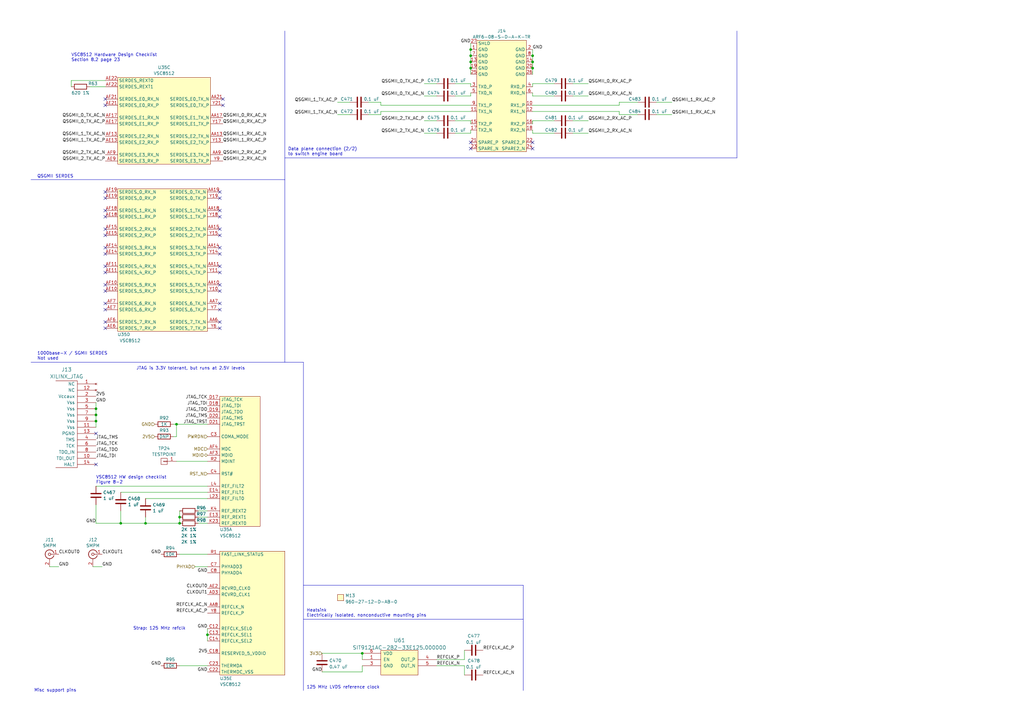
<source format=kicad_sch>
(kicad_sch (version 20231120) (generator "eeschema") (generator_version "8.0")
  (paper "A3")
  (title_block (title "LATENTRED Line Card") (date "2024-12-11") (rev "0.1") (company "Antikernel Labs") (comment 1 "Andrew D. Zonenberg"))
  (junction (at 218.44 27.94))
  (junction (at 39.37 167.64))
  (junction (at 39.37 172.72))
  (junction (at 73.66 212.09))
  (junction (at 72.39 173.99))
  (junction (at 193.04 20.32))
  (junction (at 59.69 214.63))
  (junction (at 193.04 22.86))
  (junction (at 193.04 25.4))
  (junction (at 73.66 214.63))
  (junction (at 193.04 27.94))
  (junction (at 218.44 22.86))
  (junction (at 85.09 260.35))
  (junction (at 148.59 267.97))
  (junction (at 218.44 25.4))
  (junction (at 49.53 214.63))
  (junction (at 39.37 170.18))
  (no_connect (at 90.17 116.84))
  (no_connect (at 90.17 127))
  (no_connect (at 43.18 86.36))
  (no_connect (at 43.18 124.46))
  (no_connect (at 43.18 40.64))
  (no_connect (at 43.18 101.6))
  (no_connect (at 90.17 132.08))
  (no_connect (at 218.44 60.96))
  (no_connect (at 90.17 119.38))
  (no_connect (at 91.44 40.64))
  (no_connect (at 43.18 111.76))
  (no_connect (at 43.18 132.08))
  (no_connect (at 90.17 109.22))
  (no_connect (at 90.17 124.46))
  (no_connect (at 43.18 109.22))
  (no_connect (at 90.17 86.36))
  (no_connect (at 193.04 60.96))
  (no_connect (at 90.17 93.98))
  (no_connect (at 43.18 93.98))
  (no_connect (at 43.18 88.9))
  (no_connect (at 90.17 78.74))
  (no_connect (at 90.17 101.6))
  (no_connect (at 43.18 127))
  (no_connect (at 43.18 119.38))
  (no_connect (at 90.17 96.52))
  (no_connect (at 193.04 58.42))
  (no_connect (at 43.18 104.14))
  (no_connect (at 43.18 81.28))
  (no_connect (at 91.44 43.18))
  (no_connect (at 43.18 43.18))
  (no_connect (at 90.17 88.9))
  (no_connect (at 43.18 134.62))
  (no_connect (at 90.17 111.76))
  (no_connect (at 90.17 81.28))
  (no_connect (at 90.17 134.62))
  (no_connect (at 218.44 58.42))
  (no_connect (at 43.18 78.74))
  (no_connect (at 39.37 190.5))
  (no_connect (at 43.18 96.52))
  (no_connect (at 90.17 104.14))
  (no_connect (at 39.37 177.8))
  (no_connect (at 43.18 116.84))
  (wire (pts (xy 73.66 209.55) (xy 73.66 212.09)))
  (wire (pts (xy 73.66 227.33) (xy 85.09 227.33)))
  (wire (pts (xy 173.99 54.61) (xy 179.07 54.61)))
  (wire (pts (xy 179.07 273.05) (xy 190.5 273.05)))
  (wire (pts (xy 218.44 49.53) (xy 227.33 49.53)))
  (polyline (pts (xy 124.46 148.59) (xy 124.46 283.21)))
  (polyline (pts (xy 302.26 12.7) (xy 302.26 64.77)))
  (wire (pts (xy 218.44 45.72) (xy 254 45.72)))
  (wire (pts (xy 132.08 275.59) (xy 148.59 275.59)))
  (wire (pts (xy 49.53 214.63) (xy 59.69 214.63)))
  (wire (pts (xy 218.44 34.29) (xy 227.33 34.29)))
  (wire (pts (xy 193.04 53.34) (xy 193.04 54.61)))
  (wire (pts (xy 148.59 275.59) (xy 148.59 273.05)))
  (polyline (pts (xy 12.7 148.59) (xy 116.84 148.59)))
  (wire (pts (xy 85.09 257.81) (xy 85.09 260.35)))
  (wire (pts (xy 39.37 199.39) (xy 85.09 199.39)))
  (wire (pts (xy 234.95 39.37) (xy 241.3 39.37)))
  (wire (pts (xy 186.69 39.37) (xy 193.04 39.37)))
  (wire (pts (xy 49.53 201.93) (xy 85.09 201.93)))
  (wire (pts (xy 254 41.91) (xy 261.62 41.91)))
  (wire (pts (xy 39.37 167.64) (xy 39.37 170.18)))
  (wire (pts (xy 234.95 54.61) (xy 241.3 54.61)))
  (wire (pts (xy 132.08 267.97) (xy 148.59 267.97)))
  (wire (pts (xy 59.69 204.47) (xy 85.09 204.47)))
  (wire (pts (xy 59.69 214.63) (xy 73.66 214.63)))
  (wire (pts (xy 39.37 207.01) (xy 39.37 214.63)))
  (wire (pts (xy 138.43 46.99) (xy 143.51 46.99)))
  (wire (pts (xy 254 43.18) (xy 254 41.91)))
  (wire (pts (xy 38.1 232.41) (xy 41.91 232.41)))
  (polyline (pts (xy 302.26 64.77) (xy 116.84 64.77)))
  (wire (pts (xy 269.24 41.91) (xy 275.59 41.91)))
  (wire (pts (xy 39.37 170.18) (xy 39.37 172.72)))
  (wire (pts (xy 218.44 34.29) (xy 218.44 35.56)))
  (polyline (pts (xy 116.84 12.7) (xy 116.84 73.66)))
  (wire (pts (xy 193.04 25.4) (xy 193.04 27.94)))
  (wire (pts (xy 39.37 165.1) (xy 39.37 167.64)))
  (wire (pts (xy 193.04 22.86) (xy 193.04 25.4)))
  (polyline (pts (xy 12.7 73.66) (xy 116.84 73.66)))
  (wire (pts (xy 218.44 39.37) (xy 227.33 39.37)))
  (wire (pts (xy 269.24 46.99) (xy 275.59 46.99)))
  (wire (pts (xy 72.39 173.99) (xy 72.39 179.07)))
  (wire (pts (xy 71.12 173.99) (xy 72.39 173.99)))
  (wire (pts (xy 148.59 267.97) (xy 148.59 270.51)))
  (wire (pts (xy 49.53 209.55) (xy 49.53 214.63)))
  (wire (pts (xy 39.37 214.63) (xy 49.53 214.63)))
  (wire (pts (xy 190.5 270.51) (xy 190.5 266.7)))
  (wire (pts (xy 81.28 212.09) (xy 85.09 212.09)))
  (wire (pts (xy 73.66 212.09) (xy 73.66 214.63)))
  (wire (pts (xy 81.28 209.55) (xy 85.09 209.55)))
  (wire (pts (xy 193.04 27.94) (xy 193.04 30.48)))
  (wire (pts (xy 80.01 232.41) (xy 85.09 232.41)))
  (wire (pts (xy 173.99 39.37) (xy 179.07 39.37)))
  (wire (pts (xy 218.44 49.53) (xy 218.44 50.8)))
  (wire (pts (xy 179.07 270.51) (xy 190.5 270.51)))
  (polyline (pts (xy 116.84 148.59) (xy 124.46 148.59)))
  (wire (pts (xy 173.99 49.53) (xy 179.07 49.53)))
  (wire (pts (xy 20.32 232.41) (xy 24.13 232.41)))
  (wire (pts (xy 156.21 41.91) (xy 156.21 43.18)))
  (wire (pts (xy 72.39 173.99) (xy 85.09 173.99)))
  (wire (pts (xy 186.69 34.29) (xy 193.04 34.29)))
  (wire (pts (xy 190.5 273.05) (xy 190.5 276.86)))
  (wire (pts (xy 156.21 43.18) (xy 193.04 43.18)))
  (wire (pts (xy 218.44 54.61) (xy 227.33 54.61)))
  (polyline (pts (xy 214.63 254) (xy 214.63 283.21)))
  (wire (pts (xy 36.83 35.56) (xy 43.18 35.56)))
  (wire (pts (xy 218.44 53.34) (xy 218.44 54.61)))
  (wire (pts (xy 218.44 38.1) (xy 218.44 39.37)))
  (wire (pts (xy 39.37 172.72) (xy 39.37 175.26)))
  (wire (pts (xy 186.69 49.53) (xy 193.04 49.53)))
  (wire (pts (xy 218.44 20.32) (xy 218.44 22.86)))
  (wire (pts (xy 254 46.99) (xy 261.62 46.99)))
  (wire (pts (xy 193.04 49.53) (xy 193.04 50.8)))
  (wire (pts (xy 72.39 189.23) (xy 85.09 189.23)))
  (polyline (pts (xy 214.63 240.03) (xy 124.46 240.03)))
  (wire (pts (xy 193.04 38.1) (xy 193.04 39.37)))
  (wire (pts (xy 218.44 25.4) (xy 218.44 27.94)))
  (wire (pts (xy 72.39 179.07) (xy 71.12 179.07)))
  (wire (pts (xy 173.99 34.29) (xy 179.07 34.29)))
  (wire (pts (xy 59.69 212.09) (xy 59.69 214.63)))
  (polyline (pts (xy 116.84 73.66) (xy 116.84 148.59)))
  (polyline (pts (xy 214.63 240.03) (xy 214.63 254)))
  (wire (pts (xy 193.04 20.32) (xy 193.04 22.86)))
  (wire (pts (xy 234.95 34.29) (xy 241.3 34.29)))
  (wire (pts (xy 193.04 34.29) (xy 193.04 35.56)))
  (wire (pts (xy 138.43 41.91) (xy 143.51 41.91)))
  (wire (pts (xy 29.21 33.02) (xy 43.18 33.02)))
  (wire (pts (xy 156.21 45.72) (xy 193.04 45.72)))
  (wire (pts (xy 151.13 41.91) (xy 156.21 41.91)))
  (wire (pts (xy 193.04 17.78) (xy 193.04 20.32)))
  (wire (pts (xy 73.66 273.05) (xy 85.09 273.05)))
  (wire (pts (xy 218.44 43.18) (xy 254 43.18)))
  (wire (pts (xy 218.44 27.94) (xy 218.44 30.48)))
  (wire (pts (xy 85.09 260.35) (xy 85.09 262.89)))
  (wire (pts (xy 156.21 46.99) (xy 156.21 45.72)))
  (wire (pts (xy 254 45.72) (xy 254 46.99)))
  (wire (pts (xy 81.28 214.63) (xy 85.09 214.63)))
  (wire (pts (xy 29.21 35.56) (xy 29.21 33.02)))
  (wire (pts (xy 193.04 54.61) (xy 186.69 54.61)))
  (wire (pts (xy 234.95 49.53) (xy 241.3 49.53)))
  (wire (pts (xy 218.44 22.86) (xy 218.44 25.4)))
  (polyline (pts (xy 124.46 254) (xy 214.63 254)))
  (wire (pts (xy 151.13 46.99) (xy 156.21 46.99)))
  (text "Data plane connection (2/2)\nto switch engine board" (at 118.11 62.23 0) (effects (font (size 1.27 1.27)) (justify left)))
  (text "QSGMII SERDES" (at 15.24 72.39 0) (effects (font (size 1.27 1.27)) (justify left)))
  (text "Misc support pins" (at 13.97 283.21 0) (effects (font (size 1.27 1.27)) (justify left)))
  (text "1000base-X / SGMII SERDES\nNot used" (at 15.24 146.05 0) (effects (font (size 1.27 1.27)) (justify left)))
  (text "Strap: 125 MHz refclk" (at 54.61 257.81 0) (effects (font (size 1.27 1.27)) (justify left)))
  (text "JTAG is 3.3V tolerant, but runs at 2.5V levels" (at 55.88 151.13 0) (effects (font (size 1.27 1.27)) (justify left)))
  (text "125 MHz LVDS reference clock" (at 125.73 281.94 0) (effects (font (size 1.27 1.27)) (justify left)))
  (text "VSC8512 Hardware Design Checklist\nSection 8.2 page 23" (at 29.21 25.4 0) (effects (font (size 1.27 1.27)) (justify left bottom)))
  (text "Heatsink\nElectrically isolated, nonconductive mounting pins" (at 125.73 251.46 0) (effects (font (size 1.27 1.27)) (justify left)))
  (text "VSC8512 HW design checklist\nFigure 8-2" (at 39.37 196.85 0) (effects (font (size 1.27 1.27)) (justify left)))
  (label "QSGMII_2_RX_AC_P" (at 241.3 49.53 0))
  (label "QSGMII_0_RX_AC_N" (at 91.44 48.26 0))
  (label "QSGMII_1_RX_AC_P" (at 275.59 41.91 0))
  (label "GND" (at 39.37 214.63 180))
  (label "QSGMII_0_TX_AC_P" (at 43.18 50.8 180))
  (label "REFCLK_N" (at 179.07 273.05 0))
  (label "GND" (at 66.04 227.33 180))
  (label "GND" (at 24.13 232.41 0))
  (label "JTAG_TDI" (at 39.37 187.96 0))
  (label "QSGMII_2_TX_AC_P" (at 43.18 66.04 180))
  (label "JTAG_TDI" (at 85.09 166.37 180))
  (label "QSGMII_1_RX_AC_N" (at 91.44 55.88 0))
  (label "QSGMII_2_TX_AC_P" (at 173.99 49.53 180))
  (label "GND" (at 85.09 234.95 180))
  (label "2V5" (at 85.09 267.97 180))
  (label "JTAG_TCK" (at 39.37 182.88 0))
  (label "GND" (at 66.04 273.05 180))
  (label "CLKOUT1" (at 41.91 227.33 0))
  (label "QSGMII_0_RX_AC_N" (at 241.3 39.37 0))
  (label "GND" (at 218.44 20.32 0))
  (label "GND" (at 85.09 257.81 180))
  (label "QSGMII_2_RX_AC_N" (at 241.3 54.61 0))
  (label "QSGMII_2_TX_AC_N" (at 173.99 54.61 180))
  (label "JTAG_TMS" (at 39.37 180.34 0))
  (label "REFCLK_AC_P" (at 85.09 251.46 180))
  (label "GND" (at 41.91 232.41 0))
  (label "CLKOUT1" (at 85.09 243.84 180))
  (label "QSGMII_0_RX_AC_P" (at 241.3 34.29 0))
  (label "CLKOUT0" (at 24.13 227.33 0))
  (label "REFCLK_P" (at 179.07 270.51 0))
  (label "QSGMII_0_TX_AC_N" (at 173.99 39.37 180))
  (label "QSGMII_2_RX_AC_P" (at 91.44 63.5 0))
  (label "QSGMII_0_RX_AC_P" (at 91.44 50.8 0))
  (label "QSGMII_1_TX_AC_N" (at 138.43 46.99 180))
  (label "QSGMII_1_RX_AC_P" (at 91.44 58.42 0))
  (label "JTAG_TDO" (at 85.09 168.91 180))
  (label "JTAG_TCK" (at 85.09 163.83 180))
  (label "QSGMII_2_RX_AC_N" (at 91.44 66.04 0))
  (label "GND" (at 85.09 275.59 180))
  (label "QSGMII_2_TX_AC_N" (at 43.18 63.5 180))
  (label "QSGMII_0_TX_AC_N" (at 43.18 48.26 180))
  (label "QSGMII_1_TX_AC_N" (at 43.18 55.88 180))
  (label "CLKOUT0" (at 85.09 241.3 180))
  (label "QSGMII_1_RX_AC_N" (at 275.59 46.99 0))
  (label "GND" (at 193.04 17.78 180))
  (label "GND" (at 39.37 165.1 0))
  (label "QSGMII_1_TX_AC_P" (at 43.18 58.42 180))
  (label "REFCLK_AC_N" (at 85.09 248.92 180))
  (label "GND" (at 132.08 275.59 180))
  (label "2V5" (at 39.37 162.56 0))
  (label "JTAG_TRST" (at 85.09 173.99 180))
  (label "QSGMII_1_TX_AC_P" (at 138.43 41.91 180))
  (label "REFCLK_AC_N" (at 198.12 276.86 0))
  (label "JTAG_TDO" (at 39.37 185.42 0))
  (label "QSGMII_0_TX_AC_P" (at 173.99 34.29 180))
  (label "REFCLK_AC_P" (at 198.12 266.7 0))
  (label "JTAG_TMS" (at 85.09 171.45 180))
  (hierarchical_label "MDIO" (shape bidirectional) (at 85.09 186.69 180))
  (hierarchical_label "PWRDN" (shape input) (at 85.09 179.07 180))
  (hierarchical_label "3V3" (shape input) (at 132.08 267.97 180))
  (hierarchical_label "2V5" (shape input) (at 63.5 179.07 180))
  (hierarchical_label "MDC" (shape input) (at 85.09 184.15 180))
  (hierarchical_label "GND" (shape input) (at 63.5 173.99 180))
  (hierarchical_label "PHYAD" (shape input) (at 80.01 232.41 180))
  (hierarchical_label "RST_N" (shape input) (at 85.09 194.31 180))
  (symbol (lib_id "microchip-azonenberg:VSC8512") (at 48.26 135.89 0) (unit 4)
    (property "Reference" "U35" (at 50.8 137.16 0))
    (property "Value" "VSC8512" (at 53.34 139.7 0))
    (property "Footprint" "azonenberg_pcb:BGA_676_27x27_FULLARRAY_1MM_FFG676" (effects (hide yes)))
  )
  (symbol (lib_id "device:C") (at 265.43 46.99 90) (unit 1)
    (property "Reference" "C484" (at 260.35 45.72 90))
    (property "Value" "0.1 uF" (at 270.51 45.72 90))
    (property "Footprint" "azonenberg_pcb:EIA_0402_CAP_NOSILK" (effects (hide yes)))
  )
  (symbol (lib_id "device:C") (at 231.14 54.61 90) (unit 1)
    (property "Reference" "C482" (at 226.06 53.34 90))
    (property "Value" "0.1 uF" (at 236.22 53.34 90))
    (property "Footprint" "azonenberg_pcb:EIA_0402_CAP_NOSILK" (effects (hide yes)))
  )
  (symbol (lib_id "device:R") (at 67.31 179.07 90) (unit 1)
    (property "Reference" "R93" (at 67.31 176.53 90))
    (property "Value" "DNP" (at 67.31 179.07 90))
    (property "Footprint" "azonenberg_pcb:EIA_0402_RES_NOSILK" (effects (hide yes)))
    (property "Description" "Resistor" (effects (hide yes)))
  )
  (symbol (lib_id "device:R") (at 69.85 227.33 90) (unit 1)
    (property "Reference" "R94" (at 69.85 224.79 90))
    (property "Value" "10K" (at 69.85 227.33 90))
    (property "Footprint" "azonenberg_pcb:EIA_0402_RES_NOSILK" (effects (hide yes)))
    (property "Description" "Resistor" (effects (hide yes)))
  )
  (symbol (lib_id "microchip-azonenberg:VSC8512") (at 90.17 276.86 0) (unit 5)
    (property "Reference" "U35" (at 90.17 278.2457 0) (effects (justify left)))
    (property "Value" "VSC8512" (at 90.17 280.67 0) (effects (justify left)))
    (property "Footprint" "azonenberg_pcb:BGA_676_27x27_FULLARRAY_1MM_FFG676" (effects (hide yes)))
  )
  (symbol (lib_id "device:C") (at 231.14 39.37 90) (unit 1)
    (property "Reference" "C480" (at 226.06 38.1 90))
    (property "Value" "0.1 uF" (at 236.22 38.1 90))
    (property "Footprint" "azonenberg_pcb:EIA_0402_CAP_NOSILK" (effects (hide yes)))
  )
  (symbol (lib_id "device:C") (at 231.14 34.29 90) (unit 1)
    (property "Reference" "C479" (at 226.06 33.02 90))
    (property "Value" "0.1 uF" (at 236.22 33.02 90))
    (property "Footprint" "azonenberg_pcb:EIA_0402_CAP_NOSILK" (effects (hide yes)))
  )
  (symbol (lib_id "microchip-azonenberg:VSC8512") (at 90.17 215.9 0) (unit 1)
    (property "Reference" "U35" (at 90.17 217.17 0) (effects (justify left)))
    (property "Value" "VSC8512" (at 90.17 219.71 0) (effects (justify left)))
    (property "Footprint" "azonenberg_pcb:BGA_676_27x27_FULLARRAY_1MM_FFG676" (effects (hide yes)))
  )
  (symbol (lib_id "device:R") (at 77.47 212.09 90) (unit 1)
    (property "Reference" "R97" (at 82.55 210.82 90))
    (property "Value" "2K 1%" (at 77.47 219.71 90))
    (property "Footprint" "azonenberg_pcb:EIA_0402_RES_NOSILK" (effects (hide yes)))
    (property "Description" "Resistor" (effects (hide yes)))
  )
  (symbol (lib_id "device:C") (at 147.32 41.91 90) (unit 1)
    (property "Reference" "C471" (at 142.24 40.64 90))
    (property "Value" "0.1 uF" (at 152.4 40.64 90))
    (property "Footprint" "azonenberg_pcb:EIA_0402_CAP_NOSILK" (effects (hide yes)))
  )
  (symbol (lib_id "device:R") (at 69.85 273.05 90) (unit 1)
    (property "Reference" "R95" (at 69.85 270.51 90))
    (property "Value" "10K" (at 69.85 273.05 90))
    (property "Footprint" "azonenberg_pcb:EIA_0402_RES_NOSILK" (effects (hide yes)))
    (property "Description" "Resistor" (effects (hide yes)))
  )
  (symbol (lib_id "special-azonenberg:MECHANICAL") (at 138.43 245.11 0) (unit 1)
    (property "Reference" "M13" (at 141.605 244.2753 0) (effects (justify left)))
    (property "Value" "960-27-12-D-AB-0" (at 141.605 246.8122 0) (effects (justify left)))
    (property "Footprint" "azonenberg_pcb:HEATSINK_WAKEFIELDVETTE_960-27-12-D-AB-0" (effects (hide yes)))
  )
  (symbol (lib_id "device:C") (at 182.88 54.61 90) (unit 1)
    (property "Reference" "C476" (at 177.8 53.34 90))
    (property "Value" "0.1 uF" (at 187.96 53.34 90))
    (property "Footprint" "azonenberg_pcb:EIA_0402_CAP_NOSILK" (effects (hide yes)))
  )
  (symbol (lib_id "device:C") (at 147.32 46.99 90) (unit 1)
    (property "Reference" "C472" (at 142.24 45.72 90))
    (property "Value" "0.1 uF" (at 152.4 45.72 90))
    (property "Footprint" "azonenberg_pcb:EIA_0402_CAP_NOSILK" (effects (hide yes)))
  )
  (symbol (lib_id "device:C") (at 194.31 276.86 90) (unit 1)
    (property "Reference" "C478" (at 194.31 271.0012 90))
    (property "Value" "0.1 uF" (at 194.31 273.5381 90))
    (property "Footprint" "azonenberg_pcb:EIA_0402_CAP_NOSILK" (effects (hide yes)))
  )
  (symbol (lib_id "device:C") (at 182.88 49.53 90) (unit 1)
    (property "Reference" "C475" (at 177.8 48.26 90))
    (property "Value" "0.1 uF" (at 187.96 48.26 90))
    (property "Footprint" "azonenberg_pcb:EIA_0402_CAP_NOSILK" (effects (hide yes)))
  )
  (symbol (lib_id "device:C") (at 265.43 41.91 90) (unit 1)
    (property "Reference" "C483" (at 260.35 40.64 90))
    (property "Value" "0.1 uF" (at 270.51 40.64 90))
    (property "Footprint" "azonenberg_pcb:EIA_0402_CAP_NOSILK" (effects (hide yes)))
  )
  (symbol (lib_id "conn:CONN_COAXIAL") (at 38.1 227.33 0) (mirror y) (unit 1)
    (property "Reference" "J12" (at 38.0999 221.3589 0))
    (property "Value" "SMPM" (at 38.0999 223.7832 0))
    (property "Footprint" "azonenberg_pcb:CONN_SMPM_AMPHENOL_C925-197J-51PT" (effects (hide yes)))
    (property "Description" "coaxial connector (BNC, SMA, SMB, SMC, Cinch/RCA, ...)" (effects (hide yes)))
  )
  (symbol (lib_id "device:R") (at 77.47 209.55 90) (unit 1)
    (property "Reference" "R96" (at 82.55 208.28 90))
    (property "Value" "2K 1%" (at 77.47 217.17 90))
    (property "Footprint" "azonenberg_pcb:EIA_0402_RES_NOSILK" (effects (hide yes)))
    (property "Description" "Resistor" (effects (hide yes)))
  )
  (symbol (lib_id "xilinx-azonenberg:XILINX_JTAG") (at 39.37 190.5 0) (mirror y) (unit 1)
    (property "Reference" "J13" (at 27.305 151.5796 0) (effects (font (size 1.524 1.524))))
    (property "Value" "XILINX_JTAG" (at 27.305 154.4125 0) (effects (font (size 1.524 1.524))))
    (property "Footprint" "azonenberg_pcb:XILINX_JTAG_PTH_MOLEX_0878311420" (effects (hide yes)))
  )
  (symbol (lib_id "osc-azonenberg:OSC_LVDS_NOPAD") (at 156.21 276.86 0) (unit 1)
    (property "Reference" "U61" (at 163.83 262.6159 0) (effects (font (size 1.524 1.524))))
    (property "Value" "SIT9121AC-2B2-33E125.000000" (at 163.83 265.6093 0) (effects (font (size 1.524 1.524))))
    (property "Footprint" "azonenberg_pcb:OSCILLATOR_LVDS_3.2x2.5" (effects (hide yes)))
  )
  (symbol (lib_id "device:C") (at 182.88 34.29 90) (unit 1)
    (property "Reference" "C473" (at 177.8 33.02 90))
    (property "Value" "0.1 uF" (at 187.96 33.02 90))
    (property "Footprint" "azonenberg_pcb:EIA_0402_CAP_NOSILK" (effects (hide yes)))
  )
  (symbol (lib_id "device:C") (at 132.08 271.78 0) (unit 1)
    (property "Reference" "C470" (at 135.001 270.9453 0) (effects (justify left)))
    (property "Value" "0.47 uF" (at 135.001 273.4822 0) (effects (justify left)))
    (property "Footprint" "azonenberg_pcb:EIA_0402_CAP_NOSILK" (effects (hide yes)))
  )
  (symbol (lib_id "device:R") (at 67.31 173.99 90) (unit 1)
    (property "Reference" "R92" (at 67.31 171.45 90))
    (property "Value" "1K" (at 67.31 173.99 90))
    (property "Footprint" "azonenberg_pcb:EIA_0402_RES_NOSILK" (effects (hide yes)))
    (property "Description" "Resistor" (effects (hide yes)))
  )
  (symbol (lib_id "device:C") (at 39.37 203.2 0) (unit 1)
    (property "Reference" "C467" (at 42.291 201.9878 0) (effects (justify left)))
    (property "Value" "1 uF" (at 42.291 204.4121 0) (effects (justify left)))
    (property "Footprint" "azonenberg_pcb:EIA_0402_CAP_NOSILK" (effects (hide yes)))
    (property "Description" "Unpolarized capacitor" (effects (hide yes)))
  )
  (symbol (lib_id "device:C") (at 59.69 208.28 0) (unit 1)
    (property "Reference" "C469" (at 62.611 207.0678 0) (effects (justify left)))
    (property "Value" "1 uF" (at 62.611 209.4921 0) (effects (justify left)))
    (property "Footprint" "azonenberg_pcb:EIA_0402_CAP_NOSILK" (effects (hide yes)))
    (property "Description" "Unpolarized capacitor" (effects (hide yes)))
  )
  (symbol (lib_id "special-azonenberg:CONN_LATENTRED_LINECARD_HS_DEVICE") (at 195.58 62.23 0) (unit 1)
    (property "Reference" "J14" (at 205.74 12.7 0))
    (property "Value" "ARF6-08-S-D-A-K-TR" (at 205.74 15.1243 0))
    (property "Footprint" "azonenberg_pcb:CONN_SAMTEC_ARF6-08-S-D-A-K-TR" (effects (hide yes)))
  )
  (symbol (lib_id "device:C") (at 194.31 266.7 90) (unit 1)
    (property "Reference" "C477" (at 194.31 260.8412 90))
    (property "Value" "0.1 uF" (at 194.31 263.3781 90))
    (property "Footprint" "azonenberg_pcb:EIA_0402_CAP_NOSILK" (effects (hide yes)))
  )
  (symbol (lib_id "device:C") (at 231.14 49.53 90) (unit 1)
    (property "Reference" "C481" (at 226.06 48.26 90))
    (property "Value" "0.1 uF" (at 236.22 48.26 90))
    (property "Footprint" "azonenberg_pcb:EIA_0402_CAP_NOSILK" (effects (hide yes)))
  )
  (symbol (lib_id "conn:CONN_COAXIAL") (at 20.32 227.33 0) (mirror y) (unit 1)
    (property "Reference" "J11" (at 20.3199 221.3589 0))
    (property "Value" "SMPM" (at 20.3199 223.7832 0))
    (property "Footprint" "azonenberg_pcb:CONN_SMPM_AMPHENOL_C925-197J-51PT" (effects (hide yes)))
    (property "Description" "coaxial connector (BNC, SMA, SMB, SMC, Cinch/RCA, ...)" (effects (hide yes)))
  )
  (symbol (lib_id "device:R") (at 33.02 35.56 90) (unit 1)
    (property "Reference" "R63" (at 38.1 34.29 90))
    (property "Value" "620 1%" (at 33.02 38.1 90))
    (property "Footprint" "azonenberg_pcb:EIA_0402_RES_NOSILK" (effects (hide yes)))
    (property "Description" "Resistor" (effects (hide yes)))
  )
  (symbol (lib_id "device:R") (at 77.47 214.63 90) (unit 1)
    (property "Reference" "R98" (at 82.55 213.36 90))
    (property "Value" "2K 1%" (at 77.47 222.25 90))
    (property "Footprint" "azonenberg_pcb:EIA_0402_RES_NOSILK" (effects (hide yes)))
    (property "Description" "Resistor" (effects (hide yes)))
  )
  (symbol (lib_id "conn:CONN_01X01") (at 67.31 189.23 180) (unit 1)
    (property "Reference" "TP24" (at 67.31 183.9425 0))
    (property "Value" "TESTPOINT" (at 67.31 186.3668 0))
    (property "Footprint" "azonenberg_pcb:TESTPOINT_SMT_0.5MM" (effects (hide yes)))
    (property "Description" "Connector, single row, 01x01, pin header" (effects (hide yes)))
  )
  (symbol (lib_id "device:C") (at 182.88 39.37 90) (unit 1)
    (property "Reference" "C474" (at 177.8 38.1 90))
    (property "Value" "0.1 uF" (at 187.96 38.1 90))
    (property "Footprint" "azonenberg_pcb:EIA_0402_CAP_NOSILK" (effects (hide yes)))
  )
  (symbol (lib_id "microchip-azonenberg:VSC8512") (at 48.26 67.31 0) (unit 3)
    (property "Reference" "U35" (at 67.31 27.6563 0))
    (property "Value" "VSC8512" (at 67.31 30.0806 0))
    (property "Footprint" "azonenberg_pcb:BGA_676_27x27_FULLARRAY_1MM_FFG676" (effects (hide yes)))
  )
  (symbol (lib_id "device:C") (at 49.53 205.74 0) (unit 1)
    (property "Reference" "C468" (at 52.451 204.5278 0) (effects (justify left)))
    (property "Value" "1 uF" (at 52.451 206.9521 0) (effects (justify left)))
    (property "Footprint" "azonenberg_pcb:EIA_0402_CAP_NOSILK" (effects (hide yes)))
    (property "Description" "Unpolarized capacitor" (effects (hide yes)))
  )
)
</source>
